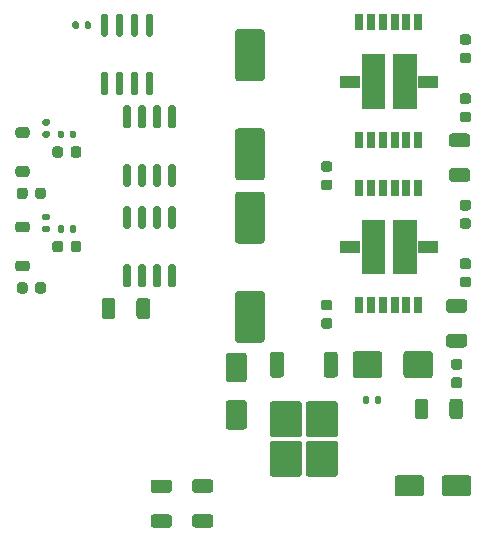
<source format=gtp>
G04 #@! TF.GenerationSoftware,KiCad,Pcbnew,8.0.8+1*
G04 #@! TF.CreationDate,2025-03-25T20:28:42+00:00*
G04 #@! TF.ProjectId,dc_shield,64635f73-6869-4656-9c64-2e6b69636164,rev?*
G04 #@! TF.SameCoordinates,Original*
G04 #@! TF.FileFunction,Paste,Top*
G04 #@! TF.FilePolarity,Positive*
%FSLAX46Y46*%
G04 Gerber Fmt 4.6, Leading zero omitted, Abs format (unit mm)*
G04 Created by KiCad (PCBNEW 8.0.8+1) date 2025-03-25 20:28:42*
%MOMM*%
%LPD*%
G01*
G04 APERTURE LIST*
%ADD10C,0.010000*%
%ADD11R,0.650000X1.350000*%
G04 APERTURE END LIST*
D10*
X136475000Y-73475000D02*
X134875000Y-73475000D01*
X134875000Y-72525000D01*
X136475000Y-72525000D01*
X136475000Y-73475000D01*
G36*
X136475000Y-73475000D02*
G01*
X134875000Y-73475000D01*
X134875000Y-72525000D01*
X136475000Y-72525000D01*
X136475000Y-73475000D01*
G37*
X138625000Y-72975000D02*
X136725000Y-72975000D01*
X136725000Y-70725000D01*
X138625000Y-70725000D01*
X138625000Y-72975000D01*
G36*
X138625000Y-72975000D02*
G01*
X136725000Y-72975000D01*
X136725000Y-70725000D01*
X138625000Y-70725000D01*
X138625000Y-72975000D01*
G37*
X138625000Y-75275000D02*
X136725000Y-75275000D01*
X136725000Y-73025000D01*
X138625000Y-73025000D01*
X138625000Y-75275000D01*
G36*
X138625000Y-75275000D02*
G01*
X136725000Y-75275000D01*
X136725000Y-73025000D01*
X138625000Y-73025000D01*
X138625000Y-75275000D01*
G37*
X141275000Y-72975000D02*
X139375000Y-72975000D01*
X139375000Y-70725000D01*
X141275000Y-70725000D01*
X141275000Y-72975000D01*
G36*
X141275000Y-72975000D02*
G01*
X139375000Y-72975000D01*
X139375000Y-70725000D01*
X141275000Y-70725000D01*
X141275000Y-72975000D01*
G37*
X141275000Y-75275000D02*
X139375000Y-75275000D01*
X139375000Y-73025000D01*
X141275000Y-73025000D01*
X141275000Y-75275000D01*
G36*
X141275000Y-75275000D02*
G01*
X139375000Y-75275000D01*
X139375000Y-73025000D01*
X141275000Y-73025000D01*
X141275000Y-75275000D01*
G37*
X143125000Y-73475000D02*
X141525000Y-73475000D01*
X141525000Y-72525000D01*
X143125000Y-72525000D01*
X143125000Y-73475000D01*
G36*
X143125000Y-73475000D02*
G01*
X141525000Y-73475000D01*
X141525000Y-72525000D01*
X143125000Y-72525000D01*
X143125000Y-73475000D01*
G37*
X136475000Y-59475000D02*
X134875000Y-59475000D01*
X134875000Y-58525000D01*
X136475000Y-58525000D01*
X136475000Y-59475000D01*
G36*
X136475000Y-59475000D02*
G01*
X134875000Y-59475000D01*
X134875000Y-58525000D01*
X136475000Y-58525000D01*
X136475000Y-59475000D01*
G37*
X138625000Y-58975000D02*
X136725000Y-58975000D01*
X136725000Y-56725000D01*
X138625000Y-56725000D01*
X138625000Y-58975000D01*
G36*
X138625000Y-58975000D02*
G01*
X136725000Y-58975000D01*
X136725000Y-56725000D01*
X138625000Y-56725000D01*
X138625000Y-58975000D01*
G37*
X138625000Y-61275000D02*
X136725000Y-61275000D01*
X136725000Y-59025000D01*
X138625000Y-59025000D01*
X138625000Y-61275000D01*
G36*
X138625000Y-61275000D02*
G01*
X136725000Y-61275000D01*
X136725000Y-59025000D01*
X138625000Y-59025000D01*
X138625000Y-61275000D01*
G37*
X141275000Y-58975000D02*
X139375000Y-58975000D01*
X139375000Y-56725000D01*
X141275000Y-56725000D01*
X141275000Y-58975000D01*
G36*
X141275000Y-58975000D02*
G01*
X139375000Y-58975000D01*
X139375000Y-56725000D01*
X141275000Y-56725000D01*
X141275000Y-58975000D01*
G37*
X141275000Y-61275000D02*
X139375000Y-61275000D01*
X139375000Y-59025000D01*
X141275000Y-59025000D01*
X141275000Y-61275000D01*
G36*
X141275000Y-61275000D02*
G01*
X139375000Y-61275000D01*
X139375000Y-59025000D01*
X141275000Y-59025000D01*
X141275000Y-61275000D01*
G37*
X143125000Y-59475000D02*
X141525000Y-59475000D01*
X141525000Y-58525000D01*
X143125000Y-58525000D01*
X143125000Y-59475000D01*
G36*
X143125000Y-59475000D02*
G01*
X141525000Y-59475000D01*
X141525000Y-58525000D01*
X143125000Y-58525000D01*
X143125000Y-59475000D01*
G37*
G36*
G01*
X115090000Y-60175000D02*
X114790000Y-60175000D01*
G75*
G02*
X114640000Y-60025000I0J150000D01*
G01*
X114640000Y-58375000D01*
G75*
G02*
X114790000Y-58225000I150000J0D01*
G01*
X115090000Y-58225000D01*
G75*
G02*
X115240000Y-58375000I0J-150000D01*
G01*
X115240000Y-60025000D01*
G75*
G02*
X115090000Y-60175000I-150000J0D01*
G01*
G37*
G36*
G01*
X116360000Y-60175000D02*
X116060000Y-60175000D01*
G75*
G02*
X115910000Y-60025000I0J150000D01*
G01*
X115910000Y-58375000D01*
G75*
G02*
X116060000Y-58225000I150000J0D01*
G01*
X116360000Y-58225000D01*
G75*
G02*
X116510000Y-58375000I0J-150000D01*
G01*
X116510000Y-60025000D01*
G75*
G02*
X116360000Y-60175000I-150000J0D01*
G01*
G37*
G36*
G01*
X117630000Y-60175000D02*
X117330000Y-60175000D01*
G75*
G02*
X117180000Y-60025000I0J150000D01*
G01*
X117180000Y-58375000D01*
G75*
G02*
X117330000Y-58225000I150000J0D01*
G01*
X117630000Y-58225000D01*
G75*
G02*
X117780000Y-58375000I0J-150000D01*
G01*
X117780000Y-60025000D01*
G75*
G02*
X117630000Y-60175000I-150000J0D01*
G01*
G37*
G36*
G01*
X118900000Y-60175000D02*
X118600000Y-60175000D01*
G75*
G02*
X118450000Y-60025000I0J150000D01*
G01*
X118450000Y-58375000D01*
G75*
G02*
X118600000Y-58225000I150000J0D01*
G01*
X118900000Y-58225000D01*
G75*
G02*
X119050000Y-58375000I0J-150000D01*
G01*
X119050000Y-60025000D01*
G75*
G02*
X118900000Y-60175000I-150000J0D01*
G01*
G37*
G36*
G01*
X118900000Y-55225000D02*
X118600000Y-55225000D01*
G75*
G02*
X118450000Y-55075000I0J150000D01*
G01*
X118450000Y-53425000D01*
G75*
G02*
X118600000Y-53275000I150000J0D01*
G01*
X118900000Y-53275000D01*
G75*
G02*
X119050000Y-53425000I0J-150000D01*
G01*
X119050000Y-55075000D01*
G75*
G02*
X118900000Y-55225000I-150000J0D01*
G01*
G37*
G36*
G01*
X117630000Y-55225000D02*
X117330000Y-55225000D01*
G75*
G02*
X117180000Y-55075000I0J150000D01*
G01*
X117180000Y-53425000D01*
G75*
G02*
X117330000Y-53275000I150000J0D01*
G01*
X117630000Y-53275000D01*
G75*
G02*
X117780000Y-53425000I0J-150000D01*
G01*
X117780000Y-55075000D01*
G75*
G02*
X117630000Y-55225000I-150000J0D01*
G01*
G37*
G36*
G01*
X116360000Y-55225000D02*
X116060000Y-55225000D01*
G75*
G02*
X115910000Y-55075000I0J150000D01*
G01*
X115910000Y-53425000D01*
G75*
G02*
X116060000Y-53275000I150000J0D01*
G01*
X116360000Y-53275000D01*
G75*
G02*
X116510000Y-53425000I0J-150000D01*
G01*
X116510000Y-55075000D01*
G75*
G02*
X116360000Y-55225000I-150000J0D01*
G01*
G37*
G36*
G01*
X115090000Y-55225000D02*
X114790000Y-55225000D01*
G75*
G02*
X114640000Y-55075000I0J150000D01*
G01*
X114640000Y-53425000D01*
G75*
G02*
X114790000Y-53275000I150000J0D01*
G01*
X115090000Y-53275000D01*
G75*
G02*
X115240000Y-53425000I0J-150000D01*
G01*
X115240000Y-55075000D01*
G75*
G02*
X115090000Y-55225000I-150000J0D01*
G01*
G37*
G36*
G01*
X108375000Y-67100000D02*
X107625000Y-67100000D01*
G75*
G02*
X107400000Y-66875000I0J225000D01*
G01*
X107400000Y-66425000D01*
G75*
G02*
X107625000Y-66200000I225000J0D01*
G01*
X108375000Y-66200000D01*
G75*
G02*
X108600000Y-66425000I0J-225000D01*
G01*
X108600000Y-66875000D01*
G75*
G02*
X108375000Y-67100000I-225000J0D01*
G01*
G37*
G36*
G01*
X108375000Y-63800000D02*
X107625000Y-63800000D01*
G75*
G02*
X107400000Y-63575000I0J225000D01*
G01*
X107400000Y-63125000D01*
G75*
G02*
X107625000Y-62900000I225000J0D01*
G01*
X108375000Y-62900000D01*
G75*
G02*
X108600000Y-63125000I0J-225000D01*
G01*
X108600000Y-63575000D01*
G75*
G02*
X108375000Y-63800000I-225000J0D01*
G01*
G37*
G36*
G01*
X128250000Y-67400000D02*
X126250000Y-67400000D01*
G75*
G02*
X126000000Y-67150000I0J250000D01*
G01*
X126000000Y-63250000D01*
G75*
G02*
X126250000Y-63000000I250000J0D01*
G01*
X128250000Y-63000000D01*
G75*
G02*
X128500000Y-63250000I0J-250000D01*
G01*
X128500000Y-67150000D01*
G75*
G02*
X128250000Y-67400000I-250000J0D01*
G01*
G37*
G36*
G01*
X128250000Y-59000000D02*
X126250000Y-59000000D01*
G75*
G02*
X126000000Y-58750000I0J250000D01*
G01*
X126000000Y-54850000D01*
G75*
G02*
X126250000Y-54600000I250000J0D01*
G01*
X128250000Y-54600000D01*
G75*
G02*
X128500000Y-54850000I0J-250000D01*
G01*
X128500000Y-58750000D01*
G75*
G02*
X128250000Y-59000000I-250000J0D01*
G01*
G37*
G36*
G01*
X112530000Y-71315000D02*
X112530000Y-71685000D01*
G75*
G02*
X112395000Y-71820000I-135000J0D01*
G01*
X112125000Y-71820000D01*
G75*
G02*
X111990000Y-71685000I0J135000D01*
G01*
X111990000Y-71315000D01*
G75*
G02*
X112125000Y-71180000I135000J0D01*
G01*
X112395000Y-71180000D01*
G75*
G02*
X112530000Y-71315000I0J-135000D01*
G01*
G37*
G36*
G01*
X111510000Y-71315000D02*
X111510000Y-71685000D01*
G75*
G02*
X111375000Y-71820000I-135000J0D01*
G01*
X111105000Y-71820000D01*
G75*
G02*
X110970000Y-71685000I0J135000D01*
G01*
X110970000Y-71315000D01*
G75*
G02*
X111105000Y-71180000I135000J0D01*
G01*
X111375000Y-71180000D01*
G75*
G02*
X111510000Y-71315000I0J-135000D01*
G01*
G37*
G36*
G01*
X110185000Y-63780000D02*
X109815000Y-63780000D01*
G75*
G02*
X109680000Y-63645000I0J135000D01*
G01*
X109680000Y-63375000D01*
G75*
G02*
X109815000Y-63240000I135000J0D01*
G01*
X110185000Y-63240000D01*
G75*
G02*
X110320000Y-63375000I0J-135000D01*
G01*
X110320000Y-63645000D01*
G75*
G02*
X110185000Y-63780000I-135000J0D01*
G01*
G37*
G36*
G01*
X110185000Y-62760000D02*
X109815000Y-62760000D01*
G75*
G02*
X109680000Y-62625000I0J135000D01*
G01*
X109680000Y-62355000D01*
G75*
G02*
X109815000Y-62220000I135000J0D01*
G01*
X110185000Y-62220000D01*
G75*
G02*
X110320000Y-62355000I0J-135000D01*
G01*
X110320000Y-62625000D01*
G75*
G02*
X110185000Y-62760000I-135000J0D01*
G01*
G37*
G36*
G01*
X122600000Y-92700000D02*
X123900000Y-92700000D01*
G75*
G02*
X124150000Y-92950000I0J-250000D01*
G01*
X124150000Y-93600000D01*
G75*
G02*
X123900000Y-93850000I-250000J0D01*
G01*
X122600000Y-93850000D01*
G75*
G02*
X122350000Y-93600000I0J250000D01*
G01*
X122350000Y-92950000D01*
G75*
G02*
X122600000Y-92700000I250000J0D01*
G01*
G37*
G36*
G01*
X122600000Y-95650000D02*
X123900000Y-95650000D01*
G75*
G02*
X124150000Y-95900000I0J-250000D01*
G01*
X124150000Y-96550000D01*
G75*
G02*
X123900000Y-96800000I-250000J0D01*
G01*
X122600000Y-96800000D01*
G75*
G02*
X122350000Y-96550000I0J250000D01*
G01*
X122350000Y-95900000D01*
G75*
G02*
X122600000Y-95650000I250000J0D01*
G01*
G37*
G36*
G01*
X133750000Y-81900000D02*
X134450000Y-81900000D01*
G75*
G02*
X134700000Y-82150000I0J-250000D01*
G01*
X134700000Y-83850000D01*
G75*
G02*
X134450000Y-84100000I-250000J0D01*
G01*
X133750000Y-84100000D01*
G75*
G02*
X133500000Y-83850000I0J250000D01*
G01*
X133500000Y-82150000D01*
G75*
G02*
X133750000Y-81900000I250000J0D01*
G01*
G37*
G36*
G01*
X132220000Y-86100000D02*
X134470000Y-86100000D01*
G75*
G02*
X134720000Y-86350000I0J-250000D01*
G01*
X134720000Y-88900000D01*
G75*
G02*
X134470000Y-89150000I-250000J0D01*
G01*
X132220000Y-89150000D01*
G75*
G02*
X131970000Y-88900000I0J250000D01*
G01*
X131970000Y-86350000D01*
G75*
G02*
X132220000Y-86100000I250000J0D01*
G01*
G37*
G36*
G01*
X129170000Y-86100000D02*
X131420000Y-86100000D01*
G75*
G02*
X131670000Y-86350000I0J-250000D01*
G01*
X131670000Y-88900000D01*
G75*
G02*
X131420000Y-89150000I-250000J0D01*
G01*
X129170000Y-89150000D01*
G75*
G02*
X128920000Y-88900000I0J250000D01*
G01*
X128920000Y-86350000D01*
G75*
G02*
X129170000Y-86100000I250000J0D01*
G01*
G37*
G36*
G01*
X132220000Y-89450000D02*
X134470000Y-89450000D01*
G75*
G02*
X134720000Y-89700000I0J-250000D01*
G01*
X134720000Y-92250000D01*
G75*
G02*
X134470000Y-92500000I-250000J0D01*
G01*
X132220000Y-92500000D01*
G75*
G02*
X131970000Y-92250000I0J250000D01*
G01*
X131970000Y-89700000D01*
G75*
G02*
X132220000Y-89450000I250000J0D01*
G01*
G37*
G36*
G01*
X129170000Y-89450000D02*
X131420000Y-89450000D01*
G75*
G02*
X131670000Y-89700000I0J-250000D01*
G01*
X131670000Y-92250000D01*
G75*
G02*
X131420000Y-92500000I-250000J0D01*
G01*
X129170000Y-92500000D01*
G75*
G02*
X128920000Y-92250000I0J250000D01*
G01*
X128920000Y-89700000D01*
G75*
G02*
X129170000Y-89450000I250000J0D01*
G01*
G37*
G36*
G01*
X129190000Y-81900000D02*
X129890000Y-81900000D01*
G75*
G02*
X130140000Y-82150000I0J-250000D01*
G01*
X130140000Y-83850000D01*
G75*
G02*
X129890000Y-84100000I-250000J0D01*
G01*
X129190000Y-84100000D01*
G75*
G02*
X128940000Y-83850000I0J250000D01*
G01*
X128940000Y-82150000D01*
G75*
G02*
X129190000Y-81900000I250000J0D01*
G01*
G37*
G36*
G01*
X126750000Y-88500000D02*
X125450000Y-88500000D01*
G75*
G02*
X125200000Y-88250000I0J250000D01*
G01*
X125200000Y-86250000D01*
G75*
G02*
X125450000Y-86000000I250000J0D01*
G01*
X126750000Y-86000000D01*
G75*
G02*
X127000000Y-86250000I0J-250000D01*
G01*
X127000000Y-88250000D01*
G75*
G02*
X126750000Y-88500000I-250000J0D01*
G01*
G37*
G36*
G01*
X126750000Y-84500000D02*
X125450000Y-84500000D01*
G75*
G02*
X125200000Y-84250000I0J250000D01*
G01*
X125200000Y-82250000D01*
G75*
G02*
X125450000Y-82000000I250000J0D01*
G01*
X126750000Y-82000000D01*
G75*
G02*
X127000000Y-82250000I0J-250000D01*
G01*
X127000000Y-84250000D01*
G75*
G02*
X126750000Y-84500000I-250000J0D01*
G01*
G37*
G36*
G01*
X136830000Y-86185000D02*
X136830000Y-85815000D01*
G75*
G02*
X136965000Y-85680000I135000J0D01*
G01*
X137235000Y-85680000D01*
G75*
G02*
X137370000Y-85815000I0J-135000D01*
G01*
X137370000Y-86185000D01*
G75*
G02*
X137235000Y-86320000I-135000J0D01*
G01*
X136965000Y-86320000D01*
G75*
G02*
X136830000Y-86185000I0J135000D01*
G01*
G37*
G36*
G01*
X137850000Y-86185000D02*
X137850000Y-85815000D01*
G75*
G02*
X137985000Y-85680000I135000J0D01*
G01*
X138255000Y-85680000D01*
G75*
G02*
X138390000Y-85815000I0J-135000D01*
G01*
X138390000Y-86185000D01*
G75*
G02*
X138255000Y-86320000I-135000J0D01*
G01*
X137985000Y-86320000D01*
G75*
G02*
X137850000Y-86185000I0J135000D01*
G01*
G37*
G36*
G01*
X145750000Y-62475000D02*
X145250000Y-62475000D01*
G75*
G02*
X145025000Y-62250000I0J225000D01*
G01*
X145025000Y-61800000D01*
G75*
G02*
X145250000Y-61575000I225000J0D01*
G01*
X145750000Y-61575000D01*
G75*
G02*
X145975000Y-61800000I0J-225000D01*
G01*
X145975000Y-62250000D01*
G75*
G02*
X145750000Y-62475000I-225000J0D01*
G01*
G37*
G36*
G01*
X145750000Y-60925000D02*
X145250000Y-60925000D01*
G75*
G02*
X145025000Y-60700000I0J225000D01*
G01*
X145025000Y-60250000D01*
G75*
G02*
X145250000Y-60025000I225000J0D01*
G01*
X145750000Y-60025000D01*
G75*
G02*
X145975000Y-60250000I0J-225000D01*
G01*
X145975000Y-60700000D01*
G75*
G02*
X145750000Y-60925000I-225000J0D01*
G01*
G37*
G36*
G01*
X112530000Y-63315000D02*
X112530000Y-63685000D01*
G75*
G02*
X112395000Y-63820000I-135000J0D01*
G01*
X112125000Y-63820000D01*
G75*
G02*
X111990000Y-63685000I0J135000D01*
G01*
X111990000Y-63315000D01*
G75*
G02*
X112125000Y-63180000I135000J0D01*
G01*
X112395000Y-63180000D01*
G75*
G02*
X112530000Y-63315000I0J-135000D01*
G01*
G37*
G36*
G01*
X111510000Y-63315000D02*
X111510000Y-63685000D01*
G75*
G02*
X111375000Y-63820000I-135000J0D01*
G01*
X111105000Y-63820000D01*
G75*
G02*
X110970000Y-63685000I0J135000D01*
G01*
X110970000Y-63315000D01*
G75*
G02*
X111105000Y-63180000I135000J0D01*
G01*
X111375000Y-63180000D01*
G75*
G02*
X111510000Y-63315000I0J-135000D01*
G01*
G37*
G36*
G01*
X145650000Y-67525000D02*
X144350000Y-67525000D01*
G75*
G02*
X144100000Y-67275000I0J250000D01*
G01*
X144100000Y-66625000D01*
G75*
G02*
X144350000Y-66375000I250000J0D01*
G01*
X145650000Y-66375000D01*
G75*
G02*
X145900000Y-66625000I0J-250000D01*
G01*
X145900000Y-67275000D01*
G75*
G02*
X145650000Y-67525000I-250000J0D01*
G01*
G37*
G36*
G01*
X145650000Y-64575000D02*
X144350000Y-64575000D01*
G75*
G02*
X144100000Y-64325000I0J250000D01*
G01*
X144100000Y-63675000D01*
G75*
G02*
X144350000Y-63425000I250000J0D01*
G01*
X145650000Y-63425000D01*
G75*
G02*
X145900000Y-63675000I0J-250000D01*
G01*
X145900000Y-64325000D01*
G75*
G02*
X145650000Y-64575000I-250000J0D01*
G01*
G37*
G36*
G01*
X145275000Y-86125000D02*
X145275000Y-87375000D01*
G75*
G02*
X145025000Y-87625000I-250000J0D01*
G01*
X144400000Y-87625000D01*
G75*
G02*
X144150000Y-87375000I0J250000D01*
G01*
X144150000Y-86125000D01*
G75*
G02*
X144400000Y-85875000I250000J0D01*
G01*
X145025000Y-85875000D01*
G75*
G02*
X145275000Y-86125000I0J-250000D01*
G01*
G37*
G36*
G01*
X142350000Y-86125000D02*
X142350000Y-87375000D01*
G75*
G02*
X142100000Y-87625000I-250000J0D01*
G01*
X141475000Y-87625000D01*
G75*
G02*
X141225000Y-87375000I0J250000D01*
G01*
X141225000Y-86125000D01*
G75*
G02*
X141475000Y-85875000I250000J0D01*
G01*
X142100000Y-85875000D01*
G75*
G02*
X142350000Y-86125000I0J-250000D01*
G01*
G37*
G36*
G01*
X116995000Y-76450000D02*
X116695000Y-76450000D01*
G75*
G02*
X116545000Y-76300000I0J150000D01*
G01*
X116545000Y-74650000D01*
G75*
G02*
X116695000Y-74500000I150000J0D01*
G01*
X116995000Y-74500000D01*
G75*
G02*
X117145000Y-74650000I0J-150000D01*
G01*
X117145000Y-76300000D01*
G75*
G02*
X116995000Y-76450000I-150000J0D01*
G01*
G37*
G36*
G01*
X118265000Y-76450000D02*
X117965000Y-76450000D01*
G75*
G02*
X117815000Y-76300000I0J150000D01*
G01*
X117815000Y-74650000D01*
G75*
G02*
X117965000Y-74500000I150000J0D01*
G01*
X118265000Y-74500000D01*
G75*
G02*
X118415000Y-74650000I0J-150000D01*
G01*
X118415000Y-76300000D01*
G75*
G02*
X118265000Y-76450000I-150000J0D01*
G01*
G37*
G36*
G01*
X119535000Y-76450000D02*
X119235000Y-76450000D01*
G75*
G02*
X119085000Y-76300000I0J150000D01*
G01*
X119085000Y-74650000D01*
G75*
G02*
X119235000Y-74500000I150000J0D01*
G01*
X119535000Y-74500000D01*
G75*
G02*
X119685000Y-74650000I0J-150000D01*
G01*
X119685000Y-76300000D01*
G75*
G02*
X119535000Y-76450000I-150000J0D01*
G01*
G37*
G36*
G01*
X120805000Y-76450000D02*
X120505000Y-76450000D01*
G75*
G02*
X120355000Y-76300000I0J150000D01*
G01*
X120355000Y-74650000D01*
G75*
G02*
X120505000Y-74500000I150000J0D01*
G01*
X120805000Y-74500000D01*
G75*
G02*
X120955000Y-74650000I0J-150000D01*
G01*
X120955000Y-76300000D01*
G75*
G02*
X120805000Y-76450000I-150000J0D01*
G01*
G37*
G36*
G01*
X120805000Y-71500000D02*
X120505000Y-71500000D01*
G75*
G02*
X120355000Y-71350000I0J150000D01*
G01*
X120355000Y-69700000D01*
G75*
G02*
X120505000Y-69550000I150000J0D01*
G01*
X120805000Y-69550000D01*
G75*
G02*
X120955000Y-69700000I0J-150000D01*
G01*
X120955000Y-71350000D01*
G75*
G02*
X120805000Y-71500000I-150000J0D01*
G01*
G37*
G36*
G01*
X119535000Y-71500000D02*
X119235000Y-71500000D01*
G75*
G02*
X119085000Y-71350000I0J150000D01*
G01*
X119085000Y-69700000D01*
G75*
G02*
X119235000Y-69550000I150000J0D01*
G01*
X119535000Y-69550000D01*
G75*
G02*
X119685000Y-69700000I0J-150000D01*
G01*
X119685000Y-71350000D01*
G75*
G02*
X119535000Y-71500000I-150000J0D01*
G01*
G37*
G36*
G01*
X118265000Y-71500000D02*
X117965000Y-71500000D01*
G75*
G02*
X117815000Y-71350000I0J150000D01*
G01*
X117815000Y-69700000D01*
G75*
G02*
X117965000Y-69550000I150000J0D01*
G01*
X118265000Y-69550000D01*
G75*
G02*
X118415000Y-69700000I0J-150000D01*
G01*
X118415000Y-71350000D01*
G75*
G02*
X118265000Y-71500000I-150000J0D01*
G01*
G37*
G36*
G01*
X116995000Y-71500000D02*
X116695000Y-71500000D01*
G75*
G02*
X116545000Y-71350000I0J150000D01*
G01*
X116545000Y-69700000D01*
G75*
G02*
X116695000Y-69550000I150000J0D01*
G01*
X116995000Y-69550000D01*
G75*
G02*
X117145000Y-69700000I0J-150000D01*
G01*
X117145000Y-71350000D01*
G75*
G02*
X116995000Y-71500000I-150000J0D01*
G01*
G37*
G36*
G01*
X107525000Y-76750000D02*
X107525000Y-76250000D01*
G75*
G02*
X107750000Y-76025000I225000J0D01*
G01*
X108200000Y-76025000D01*
G75*
G02*
X108425000Y-76250000I0J-225000D01*
G01*
X108425000Y-76750000D01*
G75*
G02*
X108200000Y-76975000I-225000J0D01*
G01*
X107750000Y-76975000D01*
G75*
G02*
X107525000Y-76750000I0J225000D01*
G01*
G37*
G36*
G01*
X109075000Y-76750000D02*
X109075000Y-76250000D01*
G75*
G02*
X109300000Y-76025000I225000J0D01*
G01*
X109750000Y-76025000D01*
G75*
G02*
X109975000Y-76250000I0J-225000D01*
G01*
X109975000Y-76750000D01*
G75*
G02*
X109750000Y-76975000I-225000J0D01*
G01*
X109300000Y-76975000D01*
G75*
G02*
X109075000Y-76750000I0J225000D01*
G01*
G37*
G36*
G01*
X114700000Y-78900000D02*
X114700000Y-77600000D01*
G75*
G02*
X114950000Y-77350000I250000J0D01*
G01*
X115600000Y-77350000D01*
G75*
G02*
X115850000Y-77600000I0J-250000D01*
G01*
X115850000Y-78900000D01*
G75*
G02*
X115600000Y-79150000I-250000J0D01*
G01*
X114950000Y-79150000D01*
G75*
G02*
X114700000Y-78900000I0J250000D01*
G01*
G37*
G36*
G01*
X117650000Y-78900000D02*
X117650000Y-77600000D01*
G75*
G02*
X117900000Y-77350000I250000J0D01*
G01*
X118550000Y-77350000D01*
G75*
G02*
X118800000Y-77600000I0J-250000D01*
G01*
X118800000Y-78900000D01*
G75*
G02*
X118550000Y-79150000I-250000J0D01*
G01*
X117900000Y-79150000D01*
G75*
G02*
X117650000Y-78900000I0J250000D01*
G01*
G37*
G36*
G01*
X142750000Y-82100000D02*
X142750000Y-83900000D01*
G75*
G02*
X142500000Y-84150000I-250000J0D01*
G01*
X140500000Y-84150000D01*
G75*
G02*
X140250000Y-83900000I0J250000D01*
G01*
X140250000Y-82100000D01*
G75*
G02*
X140500000Y-81850000I250000J0D01*
G01*
X142500000Y-81850000D01*
G75*
G02*
X142750000Y-82100000I0J-250000D01*
G01*
G37*
G36*
G01*
X138450000Y-82100000D02*
X138450000Y-83900000D01*
G75*
G02*
X138200000Y-84150000I-250000J0D01*
G01*
X136200000Y-84150000D01*
G75*
G02*
X135950000Y-83900000I0J250000D01*
G01*
X135950000Y-82100000D01*
G75*
G02*
X136200000Y-81850000I250000J0D01*
G01*
X138200000Y-81850000D01*
G75*
G02*
X138450000Y-82100000I0J-250000D01*
G01*
G37*
G36*
G01*
X133500000Y-65775000D02*
X134000000Y-65775000D01*
G75*
G02*
X134225000Y-66000000I0J-225000D01*
G01*
X134225000Y-66450000D01*
G75*
G02*
X134000000Y-66675000I-225000J0D01*
G01*
X133500000Y-66675000D01*
G75*
G02*
X133275000Y-66450000I0J225000D01*
G01*
X133275000Y-66000000D01*
G75*
G02*
X133500000Y-65775000I225000J0D01*
G01*
G37*
G36*
G01*
X133500000Y-67325000D02*
X134000000Y-67325000D01*
G75*
G02*
X134225000Y-67550000I0J-225000D01*
G01*
X134225000Y-68000000D01*
G75*
G02*
X134000000Y-68225000I-225000J0D01*
G01*
X133500000Y-68225000D01*
G75*
G02*
X133275000Y-68000000I0J225000D01*
G01*
X133275000Y-67550000D01*
G75*
G02*
X133500000Y-67325000I225000J0D01*
G01*
G37*
G36*
G01*
X112975000Y-72750000D02*
X112975000Y-73250000D01*
G75*
G02*
X112750000Y-73475000I-225000J0D01*
G01*
X112300000Y-73475000D01*
G75*
G02*
X112075000Y-73250000I0J225000D01*
G01*
X112075000Y-72750000D01*
G75*
G02*
X112300000Y-72525000I225000J0D01*
G01*
X112750000Y-72525000D01*
G75*
G02*
X112975000Y-72750000I0J-225000D01*
G01*
G37*
G36*
G01*
X111425000Y-72750000D02*
X111425000Y-73250000D01*
G75*
G02*
X111200000Y-73475000I-225000J0D01*
G01*
X110750000Y-73475000D01*
G75*
G02*
X110525000Y-73250000I0J225000D01*
G01*
X110525000Y-72750000D01*
G75*
G02*
X110750000Y-72525000I225000J0D01*
G01*
X111200000Y-72525000D01*
G75*
G02*
X111425000Y-72750000I0J-225000D01*
G01*
G37*
G36*
G01*
X107525000Y-68750000D02*
X107525000Y-68250000D01*
G75*
G02*
X107750000Y-68025000I225000J0D01*
G01*
X108200000Y-68025000D01*
G75*
G02*
X108425000Y-68250000I0J-225000D01*
G01*
X108425000Y-68750000D01*
G75*
G02*
X108200000Y-68975000I-225000J0D01*
G01*
X107750000Y-68975000D01*
G75*
G02*
X107525000Y-68750000I0J225000D01*
G01*
G37*
G36*
G01*
X109075000Y-68750000D02*
X109075000Y-68250000D01*
G75*
G02*
X109300000Y-68025000I225000J0D01*
G01*
X109750000Y-68025000D01*
G75*
G02*
X109975000Y-68250000I0J-225000D01*
G01*
X109975000Y-68750000D01*
G75*
G02*
X109750000Y-68975000I-225000J0D01*
G01*
X109300000Y-68975000D01*
G75*
G02*
X109075000Y-68750000I0J225000D01*
G01*
G37*
G36*
G01*
X116995000Y-67950000D02*
X116695000Y-67950000D01*
G75*
G02*
X116545000Y-67800000I0J150000D01*
G01*
X116545000Y-66150000D01*
G75*
G02*
X116695000Y-66000000I150000J0D01*
G01*
X116995000Y-66000000D01*
G75*
G02*
X117145000Y-66150000I0J-150000D01*
G01*
X117145000Y-67800000D01*
G75*
G02*
X116995000Y-67950000I-150000J0D01*
G01*
G37*
G36*
G01*
X118265000Y-67950000D02*
X117965000Y-67950000D01*
G75*
G02*
X117815000Y-67800000I0J150000D01*
G01*
X117815000Y-66150000D01*
G75*
G02*
X117965000Y-66000000I150000J0D01*
G01*
X118265000Y-66000000D01*
G75*
G02*
X118415000Y-66150000I0J-150000D01*
G01*
X118415000Y-67800000D01*
G75*
G02*
X118265000Y-67950000I-150000J0D01*
G01*
G37*
G36*
G01*
X119535000Y-67950000D02*
X119235000Y-67950000D01*
G75*
G02*
X119085000Y-67800000I0J150000D01*
G01*
X119085000Y-66150000D01*
G75*
G02*
X119235000Y-66000000I150000J0D01*
G01*
X119535000Y-66000000D01*
G75*
G02*
X119685000Y-66150000I0J-150000D01*
G01*
X119685000Y-67800000D01*
G75*
G02*
X119535000Y-67950000I-150000J0D01*
G01*
G37*
G36*
G01*
X120805000Y-67950000D02*
X120505000Y-67950000D01*
G75*
G02*
X120355000Y-67800000I0J150000D01*
G01*
X120355000Y-66150000D01*
G75*
G02*
X120505000Y-66000000I150000J0D01*
G01*
X120805000Y-66000000D01*
G75*
G02*
X120955000Y-66150000I0J-150000D01*
G01*
X120955000Y-67800000D01*
G75*
G02*
X120805000Y-67950000I-150000J0D01*
G01*
G37*
G36*
G01*
X120805000Y-63000000D02*
X120505000Y-63000000D01*
G75*
G02*
X120355000Y-62850000I0J150000D01*
G01*
X120355000Y-61200000D01*
G75*
G02*
X120505000Y-61050000I150000J0D01*
G01*
X120805000Y-61050000D01*
G75*
G02*
X120955000Y-61200000I0J-150000D01*
G01*
X120955000Y-62850000D01*
G75*
G02*
X120805000Y-63000000I-150000J0D01*
G01*
G37*
G36*
G01*
X119535000Y-63000000D02*
X119235000Y-63000000D01*
G75*
G02*
X119085000Y-62850000I0J150000D01*
G01*
X119085000Y-61200000D01*
G75*
G02*
X119235000Y-61050000I150000J0D01*
G01*
X119535000Y-61050000D01*
G75*
G02*
X119685000Y-61200000I0J-150000D01*
G01*
X119685000Y-62850000D01*
G75*
G02*
X119535000Y-63000000I-150000J0D01*
G01*
G37*
G36*
G01*
X118265000Y-63000000D02*
X117965000Y-63000000D01*
G75*
G02*
X117815000Y-62850000I0J150000D01*
G01*
X117815000Y-61200000D01*
G75*
G02*
X117965000Y-61050000I150000J0D01*
G01*
X118265000Y-61050000D01*
G75*
G02*
X118415000Y-61200000I0J-150000D01*
G01*
X118415000Y-62850000D01*
G75*
G02*
X118265000Y-63000000I-150000J0D01*
G01*
G37*
G36*
G01*
X116995000Y-63000000D02*
X116695000Y-63000000D01*
G75*
G02*
X116545000Y-62850000I0J150000D01*
G01*
X116545000Y-61200000D01*
G75*
G02*
X116695000Y-61050000I150000J0D01*
G01*
X116995000Y-61050000D01*
G75*
G02*
X117145000Y-61200000I0J-150000D01*
G01*
X117145000Y-62850000D01*
G75*
G02*
X116995000Y-63000000I-150000J0D01*
G01*
G37*
G36*
G01*
X134000000Y-79950000D02*
X133500000Y-79950000D01*
G75*
G02*
X133275000Y-79725000I0J225000D01*
G01*
X133275000Y-79275000D01*
G75*
G02*
X133500000Y-79050000I225000J0D01*
G01*
X134000000Y-79050000D01*
G75*
G02*
X134225000Y-79275000I0J-225000D01*
G01*
X134225000Y-79725000D01*
G75*
G02*
X134000000Y-79950000I-225000J0D01*
G01*
G37*
G36*
G01*
X134000000Y-78400000D02*
X133500000Y-78400000D01*
G75*
G02*
X133275000Y-78175000I0J225000D01*
G01*
X133275000Y-77725000D01*
G75*
G02*
X133500000Y-77500000I225000J0D01*
G01*
X134000000Y-77500000D01*
G75*
G02*
X134225000Y-77725000I0J-225000D01*
G01*
X134225000Y-78175000D01*
G75*
G02*
X134000000Y-78400000I-225000J0D01*
G01*
G37*
D11*
X136500000Y-77975000D03*
X137500000Y-77975000D03*
X138500000Y-77975000D03*
X139500000Y-77975000D03*
X140500000Y-77975000D03*
X141500000Y-77975000D03*
X141500000Y-68025000D03*
X140500000Y-68025000D03*
X139500000Y-68025000D03*
X138500000Y-68025000D03*
X137500000Y-68025000D03*
X136500000Y-68025000D03*
G36*
G01*
X145750000Y-71500000D02*
X145250000Y-71500000D01*
G75*
G02*
X145025000Y-71275000I0J225000D01*
G01*
X145025000Y-70825000D01*
G75*
G02*
X145250000Y-70600000I225000J0D01*
G01*
X145750000Y-70600000D01*
G75*
G02*
X145975000Y-70825000I0J-225000D01*
G01*
X145975000Y-71275000D01*
G75*
G02*
X145750000Y-71500000I-225000J0D01*
G01*
G37*
G36*
G01*
X145750000Y-69950000D02*
X145250000Y-69950000D01*
G75*
G02*
X145025000Y-69725000I0J225000D01*
G01*
X145025000Y-69275000D01*
G75*
G02*
X145250000Y-69050000I225000J0D01*
G01*
X145750000Y-69050000D01*
G75*
G02*
X145975000Y-69275000I0J-225000D01*
G01*
X145975000Y-69725000D01*
G75*
G02*
X145750000Y-69950000I-225000J0D01*
G01*
G37*
G36*
G01*
X113790000Y-54065000D02*
X113790000Y-54435000D01*
G75*
G02*
X113655000Y-54570000I-135000J0D01*
G01*
X113385000Y-54570000D01*
G75*
G02*
X113250000Y-54435000I0J135000D01*
G01*
X113250000Y-54065000D01*
G75*
G02*
X113385000Y-53930000I135000J0D01*
G01*
X113655000Y-53930000D01*
G75*
G02*
X113790000Y-54065000I0J-135000D01*
G01*
G37*
G36*
G01*
X112770000Y-54065000D02*
X112770000Y-54435000D01*
G75*
G02*
X112635000Y-54570000I-135000J0D01*
G01*
X112365000Y-54570000D01*
G75*
G02*
X112230000Y-54435000I0J135000D01*
G01*
X112230000Y-54065000D01*
G75*
G02*
X112365000Y-53930000I135000J0D01*
G01*
X112635000Y-53930000D01*
G75*
G02*
X112770000Y-54065000I0J-135000D01*
G01*
G37*
G36*
G01*
X112975000Y-64750000D02*
X112975000Y-65250000D01*
G75*
G02*
X112750000Y-65475000I-225000J0D01*
G01*
X112300000Y-65475000D01*
G75*
G02*
X112075000Y-65250000I0J225000D01*
G01*
X112075000Y-64750000D01*
G75*
G02*
X112300000Y-64525000I225000J0D01*
G01*
X112750000Y-64525000D01*
G75*
G02*
X112975000Y-64750000I0J-225000D01*
G01*
G37*
G36*
G01*
X111425000Y-64750000D02*
X111425000Y-65250000D01*
G75*
G02*
X111200000Y-65475000I-225000J0D01*
G01*
X110750000Y-65475000D01*
G75*
G02*
X110525000Y-65250000I0J225000D01*
G01*
X110525000Y-64750000D01*
G75*
G02*
X110750000Y-64525000I225000J0D01*
G01*
X111200000Y-64525000D01*
G75*
G02*
X111425000Y-64750000I0J-225000D01*
G01*
G37*
G36*
G01*
X108375000Y-75100000D02*
X107625000Y-75100000D01*
G75*
G02*
X107400000Y-74875000I0J225000D01*
G01*
X107400000Y-74425000D01*
G75*
G02*
X107625000Y-74200000I225000J0D01*
G01*
X108375000Y-74200000D01*
G75*
G02*
X108600000Y-74425000I0J-225000D01*
G01*
X108600000Y-74875000D01*
G75*
G02*
X108375000Y-75100000I-225000J0D01*
G01*
G37*
G36*
G01*
X108375000Y-71800000D02*
X107625000Y-71800000D01*
G75*
G02*
X107400000Y-71575000I0J225000D01*
G01*
X107400000Y-71125000D01*
G75*
G02*
X107625000Y-70900000I225000J0D01*
G01*
X108375000Y-70900000D01*
G75*
G02*
X108600000Y-71125000I0J-225000D01*
G01*
X108600000Y-71575000D01*
G75*
G02*
X108375000Y-71800000I-225000J0D01*
G01*
G37*
G36*
G01*
X144500000Y-82525000D02*
X145000000Y-82525000D01*
G75*
G02*
X145225000Y-82750000I0J-225000D01*
G01*
X145225000Y-83200000D01*
G75*
G02*
X145000000Y-83425000I-225000J0D01*
G01*
X144500000Y-83425000D01*
G75*
G02*
X144275000Y-83200000I0J225000D01*
G01*
X144275000Y-82750000D01*
G75*
G02*
X144500000Y-82525000I225000J0D01*
G01*
G37*
G36*
G01*
X144500000Y-84075000D02*
X145000000Y-84075000D01*
G75*
G02*
X145225000Y-84300000I0J-225000D01*
G01*
X145225000Y-84750000D01*
G75*
G02*
X145000000Y-84975000I-225000J0D01*
G01*
X144500000Y-84975000D01*
G75*
G02*
X144275000Y-84750000I0J225000D01*
G01*
X144275000Y-84300000D01*
G75*
G02*
X144500000Y-84075000I225000J0D01*
G01*
G37*
G36*
G01*
X128250000Y-81150000D02*
X126250000Y-81150000D01*
G75*
G02*
X126000000Y-80900000I0J250000D01*
G01*
X126000000Y-77000000D01*
G75*
G02*
X126250000Y-76750000I250000J0D01*
G01*
X128250000Y-76750000D01*
G75*
G02*
X128500000Y-77000000I0J-250000D01*
G01*
X128500000Y-80900000D01*
G75*
G02*
X128250000Y-81150000I-250000J0D01*
G01*
G37*
G36*
G01*
X128250000Y-72750000D02*
X126250000Y-72750000D01*
G75*
G02*
X126000000Y-72500000I0J250000D01*
G01*
X126000000Y-68600000D01*
G75*
G02*
X126250000Y-68350000I250000J0D01*
G01*
X128250000Y-68350000D01*
G75*
G02*
X128500000Y-68600000I0J-250000D01*
G01*
X128500000Y-72500000D01*
G75*
G02*
X128250000Y-72750000I-250000J0D01*
G01*
G37*
G36*
G01*
X146000000Y-92600000D02*
X146000000Y-93900000D01*
G75*
G02*
X145750000Y-94150000I-250000J0D01*
G01*
X143750000Y-94150000D01*
G75*
G02*
X143500000Y-93900000I0J250000D01*
G01*
X143500000Y-92600000D01*
G75*
G02*
X143750000Y-92350000I250000J0D01*
G01*
X145750000Y-92350000D01*
G75*
G02*
X146000000Y-92600000I0J-250000D01*
G01*
G37*
G36*
G01*
X142000000Y-92600000D02*
X142000000Y-93900000D01*
G75*
G02*
X141750000Y-94150000I-250000J0D01*
G01*
X139750000Y-94150000D01*
G75*
G02*
X139500000Y-93900000I0J250000D01*
G01*
X139500000Y-92600000D01*
G75*
G02*
X139750000Y-92350000I250000J0D01*
G01*
X141750000Y-92350000D01*
G75*
G02*
X142000000Y-92600000I0J-250000D01*
G01*
G37*
X136500000Y-63975000D03*
X137500000Y-63975000D03*
X138500000Y-63975000D03*
X139500000Y-63975000D03*
X140500000Y-63975000D03*
X141500000Y-63975000D03*
X141500000Y-54025000D03*
X140500000Y-54025000D03*
X139500000Y-54025000D03*
X138500000Y-54025000D03*
X137500000Y-54025000D03*
X136500000Y-54025000D03*
G36*
G01*
X110185000Y-71780000D02*
X109815000Y-71780000D01*
G75*
G02*
X109680000Y-71645000I0J135000D01*
G01*
X109680000Y-71375000D01*
G75*
G02*
X109815000Y-71240000I135000J0D01*
G01*
X110185000Y-71240000D01*
G75*
G02*
X110320000Y-71375000I0J-135000D01*
G01*
X110320000Y-71645000D01*
G75*
G02*
X110185000Y-71780000I-135000J0D01*
G01*
G37*
G36*
G01*
X110185000Y-70760000D02*
X109815000Y-70760000D01*
G75*
G02*
X109680000Y-70625000I0J135000D01*
G01*
X109680000Y-70355000D01*
G75*
G02*
X109815000Y-70220000I135000J0D01*
G01*
X110185000Y-70220000D01*
G75*
G02*
X110320000Y-70355000I0J-135000D01*
G01*
X110320000Y-70625000D01*
G75*
G02*
X110185000Y-70760000I-135000J0D01*
G01*
G37*
G36*
G01*
X119100000Y-92725000D02*
X120400000Y-92725000D01*
G75*
G02*
X120650000Y-92975000I0J-250000D01*
G01*
X120650000Y-93625000D01*
G75*
G02*
X120400000Y-93875000I-250000J0D01*
G01*
X119100000Y-93875000D01*
G75*
G02*
X118850000Y-93625000I0J250000D01*
G01*
X118850000Y-92975000D01*
G75*
G02*
X119100000Y-92725000I250000J0D01*
G01*
G37*
G36*
G01*
X119100000Y-95675000D02*
X120400000Y-95675000D01*
G75*
G02*
X120650000Y-95925000I0J-250000D01*
G01*
X120650000Y-96575000D01*
G75*
G02*
X120400000Y-96825000I-250000J0D01*
G01*
X119100000Y-96825000D01*
G75*
G02*
X118850000Y-96575000I0J250000D01*
G01*
X118850000Y-95925000D01*
G75*
G02*
X119100000Y-95675000I250000J0D01*
G01*
G37*
G36*
G01*
X145400000Y-81550000D02*
X144100000Y-81550000D01*
G75*
G02*
X143850000Y-81300000I0J250000D01*
G01*
X143850000Y-80650000D01*
G75*
G02*
X144100000Y-80400000I250000J0D01*
G01*
X145400000Y-80400000D01*
G75*
G02*
X145650000Y-80650000I0J-250000D01*
G01*
X145650000Y-81300000D01*
G75*
G02*
X145400000Y-81550000I-250000J0D01*
G01*
G37*
G36*
G01*
X145400000Y-78600000D02*
X144100000Y-78600000D01*
G75*
G02*
X143850000Y-78350000I0J250000D01*
G01*
X143850000Y-77700000D01*
G75*
G02*
X144100000Y-77450000I250000J0D01*
G01*
X145400000Y-77450000D01*
G75*
G02*
X145650000Y-77700000I0J-250000D01*
G01*
X145650000Y-78350000D01*
G75*
G02*
X145400000Y-78600000I-250000J0D01*
G01*
G37*
G36*
G01*
X145750000Y-76450000D02*
X145250000Y-76450000D01*
G75*
G02*
X145025000Y-76225000I0J225000D01*
G01*
X145025000Y-75775000D01*
G75*
G02*
X145250000Y-75550000I225000J0D01*
G01*
X145750000Y-75550000D01*
G75*
G02*
X145975000Y-75775000I0J-225000D01*
G01*
X145975000Y-76225000D01*
G75*
G02*
X145750000Y-76450000I-225000J0D01*
G01*
G37*
G36*
G01*
X145750000Y-74900000D02*
X145250000Y-74900000D01*
G75*
G02*
X145025000Y-74675000I0J225000D01*
G01*
X145025000Y-74225000D01*
G75*
G02*
X145250000Y-74000000I225000J0D01*
G01*
X145750000Y-74000000D01*
G75*
G02*
X145975000Y-74225000I0J-225000D01*
G01*
X145975000Y-74675000D01*
G75*
G02*
X145750000Y-74900000I-225000J0D01*
G01*
G37*
G36*
G01*
X145750000Y-57475000D02*
X145250000Y-57475000D01*
G75*
G02*
X145025000Y-57250000I0J225000D01*
G01*
X145025000Y-56800000D01*
G75*
G02*
X145250000Y-56575000I225000J0D01*
G01*
X145750000Y-56575000D01*
G75*
G02*
X145975000Y-56800000I0J-225000D01*
G01*
X145975000Y-57250000D01*
G75*
G02*
X145750000Y-57475000I-225000J0D01*
G01*
G37*
G36*
G01*
X145750000Y-55925000D02*
X145250000Y-55925000D01*
G75*
G02*
X145025000Y-55700000I0J225000D01*
G01*
X145025000Y-55250000D01*
G75*
G02*
X145250000Y-55025000I225000J0D01*
G01*
X145750000Y-55025000D01*
G75*
G02*
X145975000Y-55250000I0J-225000D01*
G01*
X145975000Y-55700000D01*
G75*
G02*
X145750000Y-55925000I-225000J0D01*
G01*
G37*
M02*

</source>
